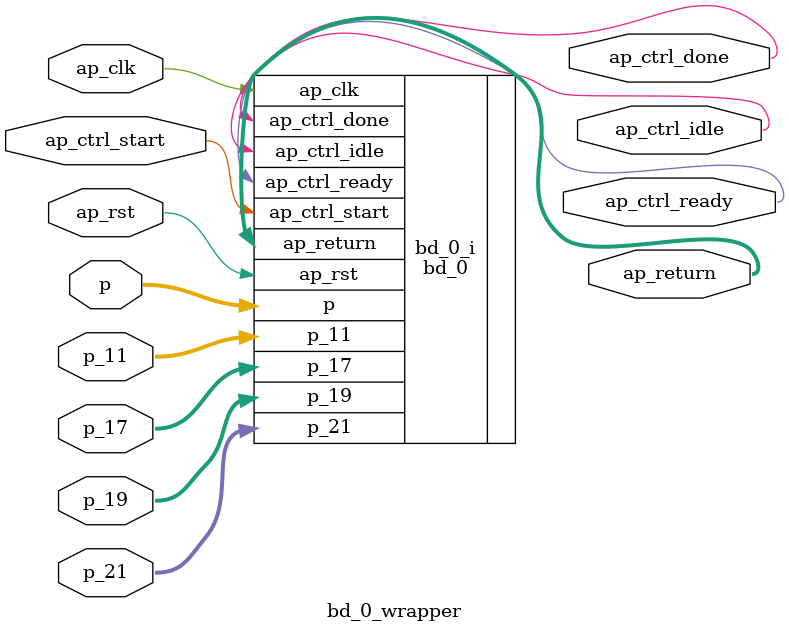
<source format=v>
`timescale 1 ps / 1 ps

module bd_0_wrapper
   (ap_clk,
    ap_ctrl_done,
    ap_ctrl_idle,
    ap_ctrl_ready,
    ap_ctrl_start,
    ap_return,
    ap_rst,
    p,
    p_11,
    p_17,
    p_19,
    p_21);
  input ap_clk;
  output ap_ctrl_done;
  output ap_ctrl_idle;
  output ap_ctrl_ready;
  input ap_ctrl_start;
  output [63:0]ap_return;
  input ap_rst;
  input [31:0]p;
  input [15:0]p_11;
  input [63:0]p_17;
  input [31:0]p_19;
  input [7:0]p_21;

  wire ap_clk;
  wire ap_ctrl_done;
  wire ap_ctrl_idle;
  wire ap_ctrl_ready;
  wire ap_ctrl_start;
  wire [63:0]ap_return;
  wire ap_rst;
  wire [31:0]p;
  wire [15:0]p_11;
  wire [63:0]p_17;
  wire [31:0]p_19;
  wire [7:0]p_21;

  bd_0 bd_0_i
       (.ap_clk(ap_clk),
        .ap_ctrl_done(ap_ctrl_done),
        .ap_ctrl_idle(ap_ctrl_idle),
        .ap_ctrl_ready(ap_ctrl_ready),
        .ap_ctrl_start(ap_ctrl_start),
        .ap_return(ap_return),
        .ap_rst(ap_rst),
        .p(p),
        .p_11(p_11),
        .p_17(p_17),
        .p_19(p_19),
        .p_21(p_21));
endmodule

</source>
